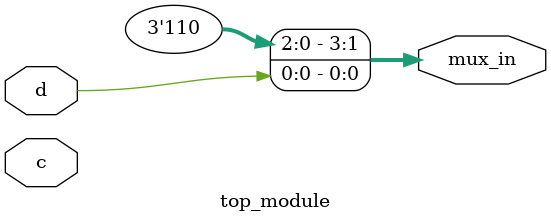
<source format=sv>
module top_module (
    input c,
    input d,
    output [3:0] mux_in
);

    // Assign values based on the provided Karnaugh map

    // ab = 00
    assign mux_in[0] = d;

    // ab = 01
    assign mux_in[1] = 0;

    // ab = 11
    assign mux_in[3] = 1;

    // ab = 10
    assign mux_in[2] = 1;

endmodule

</source>
